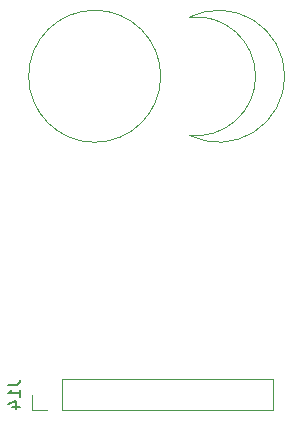
<source format=gbr>
%TF.GenerationSoftware,KiCad,Pcbnew,(5.1.8)-1*%
%TF.CreationDate,2021-03-10T15:31:21+00:00*%
%TF.ProjectId,Project_2_smaller,50726f6a-6563-4745-9f32-5f736d616c6c,rev?*%
%TF.SameCoordinates,Original*%
%TF.FileFunction,Legend,Bot*%
%TF.FilePolarity,Positive*%
%FSLAX46Y46*%
G04 Gerber Fmt 4.6, Leading zero omitted, Abs format (unit mm)*
G04 Created by KiCad (PCBNEW (5.1.8)-1) date 2021-03-10 15:31:21*
%MOMM*%
%LPD*%
G01*
G04 APERTURE LIST*
%ADD10C,0.120000*%
%ADD11C,0.150000*%
G04 APERTURE END LIST*
D10*
X143000000Y-50000003D02*
G75*
G02*
X143000002Y-59999998I2500000J-4999997D01*
G01*
X142999999Y-50000002D02*
G75*
G02*
X143000001Y-59999999I590170J-4999998D01*
G01*
X140590170Y-55000000D02*
G75*
G03*
X140590170Y-55000000I-5590170J0D01*
G01*
%TO.C,J14*%
X132270000Y-80620000D02*
X132270000Y-83280000D01*
X132270000Y-80620000D02*
X150110000Y-80620000D01*
X150110000Y-80620000D02*
X150110000Y-83280000D01*
X132270000Y-83280000D02*
X150110000Y-83280000D01*
X129670000Y-83280000D02*
X131000000Y-83280000D01*
X129670000Y-81950000D02*
X129670000Y-83280000D01*
D11*
X127682380Y-81140476D02*
X128396666Y-81140476D01*
X128539523Y-81092857D01*
X128634761Y-80997619D01*
X128682380Y-80854761D01*
X128682380Y-80759523D01*
X128682380Y-82140476D02*
X128682380Y-81569047D01*
X128682380Y-81854761D02*
X127682380Y-81854761D01*
X127825238Y-81759523D01*
X127920476Y-81664285D01*
X127968095Y-81569047D01*
X128015714Y-82997619D02*
X128682380Y-82997619D01*
X127634761Y-82759523D02*
X128349047Y-82521428D01*
X128349047Y-83140476D01*
%TD*%
M02*

</source>
